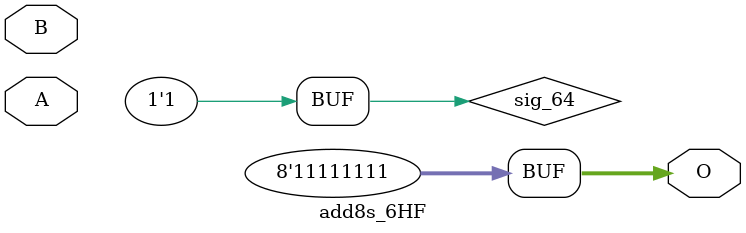
<source format=v>
/***
* This code is a part of EvoApproxLib library (ehw.fit.vutbr.cz/approxlib) distributed under The MIT License.
* When used, please cite the following article(s):  
* This file contains a circuit from a sub-set of pareto optimal circuits with respect to the pwr and wce parameters
***/
// MAE% = 44.45 %
// MAE = 57 
// WCE% = 100.00 %
// WCE = 128 
// WCRE% = 200.00 %
// EP% = 99.48 %
// MRE% = 99.98 %
// MSE = 4551 
// PDK45_PWR = 0.000 mW
// PDK45_AREA = 0.0 um2
// PDK45_DELAY = 0.00 ns

module add8s_6HF (
    A,
    B,
    O
);

input [7:0] A;
input [7:0] B;
output [7:0] O;

wire sig_61,sig_64;

assign sig_61 = ~B[3];
assign sig_64 = ~(sig_61 & B[3]);

assign O[7] = sig_64;
assign O[6] = sig_64;
assign O[5] = sig_64;
assign O[4] = sig_64;
assign O[3] = sig_64;
assign O[2] = sig_64;
assign O[1] = sig_64;
assign O[0] = sig_64;

endmodule



</source>
